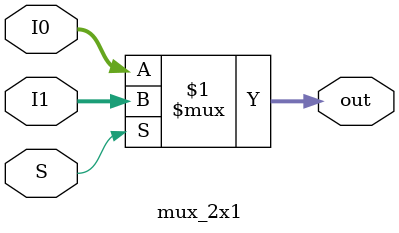
<source format=sv>
module mux_2x1 (I0,I1,S,out);
  input[0:7] I0;
  input[0:7] I1;
  input S;
  output [0:7]out;
  assign out=S?I1:I0;
  endmodule

</source>
